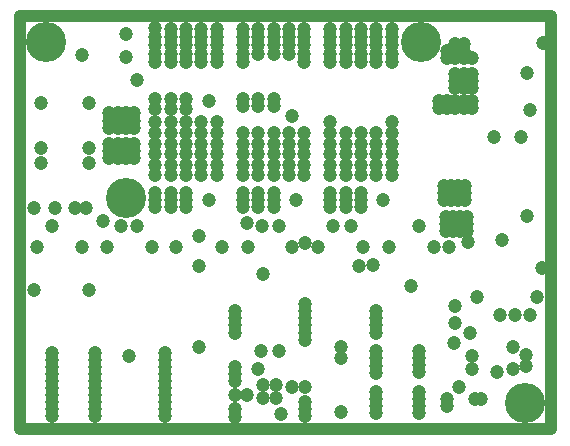
<source format=gbr>
%TF.GenerationSoftware,Altium Limited,Altium Designer,21.4.1 (30)*%
G04 Layer_Physical_Order=5*
G04 Layer_Color=8421376*
%FSLAX26Y26*%
%MOIN*%
%TF.SameCoordinates,1A054405-282A-4FF3-8963-BB1B344CA64D*%
%TF.FilePolarity,Negative*%
%TF.FileFunction,Copper,L5,Inr,Plane*%
%TF.Part,Single*%
G01*
G75*
%TA.AperFunction,NonConductor*%
%ADD30C,0.040000*%
%TA.AperFunction,ViaPad*%
%ADD31C,0.133858*%
%ADD32C,0.047244*%
D30*
X0Y0D02*
X1771653D01*
Y1377953D01*
X0D02*
X1771653D01*
X0Y0D02*
Y1377953D01*
D31*
X1338582Y1291339D02*
D03*
X86614D02*
D03*
X354330Y771653D02*
D03*
X1685040Y86615D02*
D03*
D32*
X598425Y645669D02*
D03*
X337598Y677167D02*
D03*
X952756Y621287D02*
D03*
X812008Y517990D02*
D03*
X863190Y677165D02*
D03*
X1303150Y476378D02*
D03*
X1331692Y677165D02*
D03*
X1432295Y606299D02*
D03*
X909448Y1043307D02*
D03*
X1103348Y677167D02*
D03*
X389764Y1165354D02*
D03*
X757874Y687008D02*
D03*
X452756Y765921D02*
D03*
Y740331D02*
D03*
X757874Y114173D02*
D03*
X279528Y692913D02*
D03*
X354330Y1318897D02*
D03*
X795276Y740331D02*
D03*
X208858Y606299D02*
D03*
X1232284D02*
D03*
X1484252Y811024D02*
D03*
X1437008Y763779D02*
D03*
X1413386D02*
D03*
X1460630Y787750D02*
D03*
X1437008Y787402D02*
D03*
Y811024D02*
D03*
X1413386D02*
D03*
Y787402D02*
D03*
X1460630Y811371D02*
D03*
X1484252Y763779D02*
D03*
Y787402D02*
D03*
X1460630Y764128D02*
D03*
X1643085Y273623D02*
D03*
X1507874Y244094D02*
D03*
X855314Y105315D02*
D03*
X812008D02*
D03*
X855314Y148621D02*
D03*
X812008D02*
D03*
X872048Y51181D02*
D03*
X909646Y139763D02*
D03*
X952756Y90551D02*
D03*
X1688976Y247046D02*
D03*
X1129922Y543307D02*
D03*
X1177165Y549213D02*
D03*
X1500128Y320867D02*
D03*
X1448818Y288385D02*
D03*
X629922Y763953D02*
D03*
X555118Y787575D02*
D03*
Y765921D02*
D03*
Y740331D02*
D03*
X503938Y763953D02*
D03*
Y787575D02*
D03*
X1465320Y139763D02*
D03*
X1591326Y190083D02*
D03*
X1724409Y440944D02*
D03*
X1688976Y212598D02*
D03*
X1643085Y200787D02*
D03*
X1507874D02*
D03*
X208662Y1248031D02*
D03*
X354330Y1240157D02*
D03*
X232284Y887401D02*
D03*
X1452983Y410711D02*
D03*
X1652362Y379921D02*
D03*
X1602362D02*
D03*
X1523851Y440944D02*
D03*
X1739707Y536283D02*
D03*
X1493864Y624471D02*
D03*
X1702362Y379921D02*
D03*
X795276Y202755D02*
D03*
X806102Y259843D02*
D03*
X863190D02*
D03*
X1692914Y711221D02*
D03*
X1452983Y353625D02*
D03*
X1700788Y1063977D02*
D03*
X1692914Y1187599D02*
D03*
X1607511Y630906D02*
D03*
X1746203Y1287599D02*
D03*
X1582678Y974409D02*
D03*
X1671260D02*
D03*
X1145670Y606299D02*
D03*
X996064D02*
D03*
X1070866Y273623D02*
D03*
Y237207D02*
D03*
Y58073D02*
D03*
X598284Y543307D02*
D03*
Y273623D02*
D03*
X366142Y244095D02*
D03*
X232284Y1087401D02*
D03*
Y464986D02*
D03*
X220472Y736221D02*
D03*
X185039D02*
D03*
X232284Y937401D02*
D03*
X118110Y736221D02*
D03*
X47244D02*
D03*
X70866Y887401D02*
D03*
Y937401D02*
D03*
X47244Y464567D02*
D03*
X109254Y677167D02*
D03*
X522884Y606299D02*
D03*
X58858D02*
D03*
X70866Y1087401D02*
D03*
X1212796Y763953D02*
D03*
X921456D02*
D03*
X381890Y1027559D02*
D03*
X299212D02*
D03*
Y1003937D02*
D03*
Y1055117D02*
D03*
X326772Y1003937D02*
D03*
X354330Y1027559D02*
D03*
X503938Y1334645D02*
D03*
X354330Y1055119D02*
D03*
X326772D02*
D03*
X381890D02*
D03*
Y1003937D02*
D03*
X452756Y1279527D02*
D03*
Y1224409D02*
D03*
Y1307087D02*
D03*
Y1338579D02*
D03*
X326772Y1027559D02*
D03*
X354330Y1003937D02*
D03*
X250492Y255905D02*
D03*
X717008Y393371D02*
D03*
X452756Y1251969D02*
D03*
X1188976Y101377D02*
D03*
Y124999D02*
D03*
X716536Y66929D02*
D03*
Y41337D02*
D03*
Y114173D02*
D03*
Y161417D02*
D03*
Y185039D02*
D03*
Y208661D02*
D03*
Y346457D02*
D03*
Y370079D02*
D03*
Y320867D02*
D03*
X1188976Y259843D02*
D03*
Y322835D02*
D03*
Y393701D02*
D03*
Y370079D02*
D03*
Y346457D02*
D03*
Y236221D02*
D03*
Y55119D02*
D03*
Y212599D02*
D03*
Y78741D02*
D03*
Y188977D02*
D03*
X250492Y90551D02*
D03*
Y66929D02*
D03*
Y114173D02*
D03*
Y43307D02*
D03*
Y137795D02*
D03*
Y208661D02*
D03*
Y232283D02*
D03*
Y185039D02*
D03*
Y161417D02*
D03*
X1240158Y1224409D02*
D03*
Y1279527D02*
D03*
Y1307087D02*
D03*
Y1334645D02*
D03*
Y1251969D02*
D03*
X795276D02*
D03*
X846456D02*
D03*
X897638D02*
D03*
X1137796Y1334645D02*
D03*
X1035434D02*
D03*
X1086614D02*
D03*
X1188976D02*
D03*
X606300D02*
D03*
X657480D02*
D03*
X555118D02*
D03*
X657480Y1279527D02*
D03*
Y1307087D02*
D03*
Y1224409D02*
D03*
Y1251969D02*
D03*
X1035434Y1279527D02*
D03*
Y1307087D02*
D03*
Y1224409D02*
D03*
Y1251969D02*
D03*
X744094Y1279527D02*
D03*
Y1307087D02*
D03*
Y1224409D02*
D03*
Y1251969D02*
D03*
X948820D02*
D03*
Y1224409D02*
D03*
Y1307087D02*
D03*
Y1279527D02*
D03*
X846456Y1334645D02*
D03*
X744094D02*
D03*
X795276D02*
D03*
X948820D02*
D03*
X897638D02*
D03*
Y1307087D02*
D03*
Y1279527D02*
D03*
X846456D02*
D03*
Y1307087D02*
D03*
X795276D02*
D03*
Y1279527D02*
D03*
X1137796Y1224409D02*
D03*
X1188976D02*
D03*
X1086614D02*
D03*
Y1251969D02*
D03*
X1137796D02*
D03*
X1188976D02*
D03*
X1086614Y1279527D02*
D03*
X1137796Y1307087D02*
D03*
Y1279527D02*
D03*
X1188976D02*
D03*
Y1307087D02*
D03*
X1086614D02*
D03*
X555118Y1224409D02*
D03*
X606300D02*
D03*
X503938D02*
D03*
Y1251969D02*
D03*
X555118D02*
D03*
X606300D02*
D03*
X503938Y1279527D02*
D03*
Y1307087D02*
D03*
X555118D02*
D03*
Y1279527D02*
D03*
X606300D02*
D03*
Y1307087D02*
D03*
X1240159Y952755D02*
D03*
Y917323D02*
D03*
Y846457D02*
D03*
Y881889D02*
D03*
Y1023621D02*
D03*
Y988189D02*
D03*
X1188977D02*
D03*
Y881889D02*
D03*
Y846457D02*
D03*
Y917323D02*
D03*
Y952755D02*
D03*
X1137797Y988189D02*
D03*
Y881889D02*
D03*
Y846457D02*
D03*
Y917323D02*
D03*
Y952755D02*
D03*
X1086615Y988189D02*
D03*
Y881889D02*
D03*
Y846457D02*
D03*
Y917323D02*
D03*
Y952755D02*
D03*
X1035435D02*
D03*
Y917323D02*
D03*
Y846457D02*
D03*
Y881889D02*
D03*
Y1023621D02*
D03*
Y988189D02*
D03*
X909448Y606299D02*
D03*
X897639Y988189D02*
D03*
X795277D02*
D03*
X846457D02*
D03*
X795276Y1102363D02*
D03*
X846456D02*
D03*
X1421260Y708661D02*
D03*
Y661417D02*
D03*
X1444882Y708661D02*
D03*
X1468504Y685039D02*
D03*
X1492126Y661417D02*
D03*
X1444882Y661417D02*
D03*
X1421260Y685039D02*
D03*
X1444882D02*
D03*
X1468504Y661417D02*
D03*
X1492126Y685039D02*
D03*
Y708661D02*
D03*
X1468504Y708661D02*
D03*
X744094Y1102363D02*
D03*
Y1078741D02*
D03*
X744095Y988189D02*
D03*
Y881889D02*
D03*
Y846457D02*
D03*
Y917323D02*
D03*
Y952755D02*
D03*
X795277D02*
D03*
Y917323D02*
D03*
Y846457D02*
D03*
Y881889D02*
D03*
X795276Y1078741D02*
D03*
X846457Y952755D02*
D03*
Y917323D02*
D03*
Y846457D02*
D03*
Y881889D02*
D03*
X846456Y1078741D02*
D03*
X897639Y952755D02*
D03*
Y917323D02*
D03*
Y846457D02*
D03*
Y881889D02*
D03*
X948819Y988189D02*
D03*
Y881889D02*
D03*
Y846457D02*
D03*
Y917323D02*
D03*
Y952755D02*
D03*
X1452756Y1185039D02*
D03*
X1480316Y1161417D02*
D03*
X1507874Y1185039D02*
D03*
Y1161417D02*
D03*
X1480316Y1185039D02*
D03*
X1452756Y1161417D02*
D03*
X1507874Y1137795D02*
D03*
X1480316D02*
D03*
X1452756D02*
D03*
X1397638Y1070865D02*
D03*
X1425196Y1094489D02*
D03*
X1452756Y1070865D02*
D03*
Y1094489D02*
D03*
X1507874Y1070865D02*
D03*
X1397638Y1094489D02*
D03*
X1480316D02*
D03*
Y1070865D02*
D03*
X1425196D02*
D03*
X1507874Y1094489D02*
D03*
X1045866Y677167D02*
D03*
X809646D02*
D03*
X391142D02*
D03*
X629922Y1094489D02*
D03*
X759842Y606299D02*
D03*
X291142D02*
D03*
X441142D02*
D03*
X1425196Y1260391D02*
D03*
X1452564Y1236769D02*
D03*
X1480124D02*
D03*
X1507682D02*
D03*
X1425196D02*
D03*
X1480124Y1260391D02*
D03*
Y1284013D02*
D03*
X1452564D02*
D03*
Y1260391D02*
D03*
X657481Y952755D02*
D03*
Y917323D02*
D03*
Y846457D02*
D03*
Y881889D02*
D03*
Y1023621D02*
D03*
Y988189D02*
D03*
X606301D02*
D03*
Y1023621D02*
D03*
Y881889D02*
D03*
Y846457D02*
D03*
Y917323D02*
D03*
Y952755D02*
D03*
X555118Y1102363D02*
D03*
Y1066929D02*
D03*
X555119Y988189D02*
D03*
Y1023621D02*
D03*
Y881889D02*
D03*
Y846457D02*
D03*
Y917323D02*
D03*
Y952755D02*
D03*
X503938Y1102363D02*
D03*
Y1066929D02*
D03*
X503939Y988189D02*
D03*
Y1023621D02*
D03*
Y881889D02*
D03*
Y846457D02*
D03*
Y917323D02*
D03*
Y952755D02*
D03*
X452757D02*
D03*
Y917323D02*
D03*
Y846457D02*
D03*
Y881889D02*
D03*
Y1023621D02*
D03*
Y988189D02*
D03*
X452756Y1066929D02*
D03*
Y1102363D02*
D03*
X299212Y929133D02*
D03*
X381890Y952755D02*
D03*
X354330Y929133D02*
D03*
X299212Y952755D02*
D03*
Y905511D02*
D03*
X326772Y952755D02*
D03*
Y905511D02*
D03*
X354330Y952755D02*
D03*
Y905511D02*
D03*
X381890D02*
D03*
Y929133D02*
D03*
X326772D02*
D03*
X484252Y43307D02*
D03*
X1539370Y102363D02*
D03*
X1425196Y78741D02*
D03*
X673228Y606299D02*
D03*
X744094Y787401D02*
D03*
X503938Y740331D02*
D03*
X1381890Y606299D02*
D03*
X1425196Y102363D02*
D03*
X1519682D02*
D03*
X1332086Y189963D02*
D03*
Y237207D02*
D03*
Y55119D02*
D03*
Y213585D02*
D03*
Y102363D02*
D03*
Y260829D02*
D03*
Y78741D02*
D03*
Y125985D02*
D03*
X952756Y322835D02*
D03*
Y346457D02*
D03*
Y417323D02*
D03*
Y393701D02*
D03*
Y370079D02*
D03*
Y299213D02*
D03*
X952754Y139763D02*
D03*
X952756Y43307D02*
D03*
Y66929D02*
D03*
X484252Y90551D02*
D03*
Y66929D02*
D03*
Y114173D02*
D03*
Y137795D02*
D03*
Y208661D02*
D03*
Y232283D02*
D03*
Y255905D02*
D03*
Y185039D02*
D03*
Y161417D02*
D03*
X109254D02*
D03*
Y185039D02*
D03*
Y255905D02*
D03*
Y232283D02*
D03*
Y208661D02*
D03*
Y137795D02*
D03*
Y43307D02*
D03*
Y114173D02*
D03*
Y66929D02*
D03*
Y90551D02*
D03*
X1035434Y787575D02*
D03*
Y765921D02*
D03*
Y740331D02*
D03*
X744094Y740157D02*
D03*
Y765747D02*
D03*
X452756Y787575D02*
D03*
X1137796Y765921D02*
D03*
X1086614Y787749D02*
D03*
Y740505D02*
D03*
X1137796Y787575D02*
D03*
Y740331D02*
D03*
X1086614Y764127D02*
D03*
X846456Y765747D02*
D03*
X795276Y787575D02*
D03*
X846456Y787401D02*
D03*
Y740157D02*
D03*
X795276Y763953D02*
D03*
%TF.MD5,a52512b1f78d2bf1b8c4682a19964915*%
M02*

</source>
